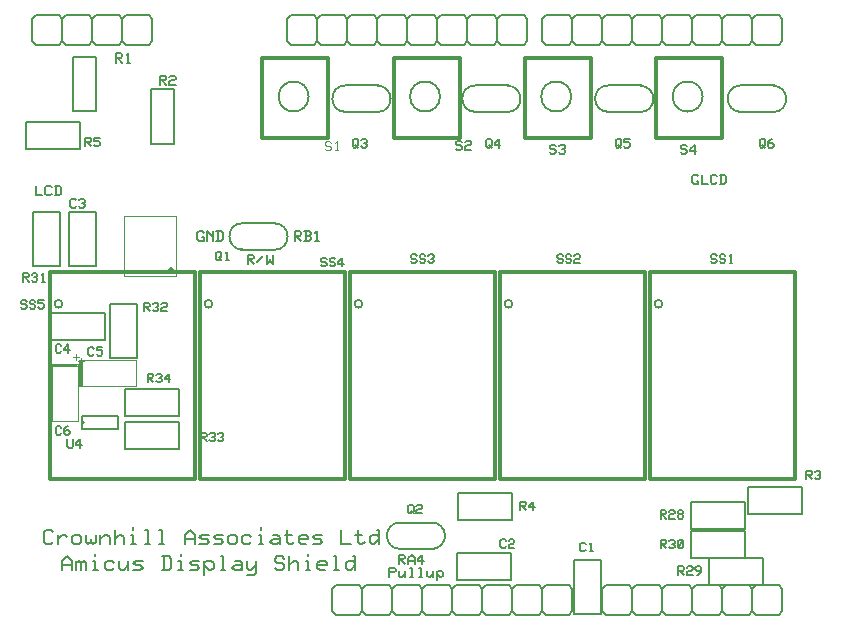
<source format=gbr>
G04 GERBER ASCII OUTPUT FROM: EDWINXP (VER. 1.61 REV. 20080315)*
G04 GERBER FORMAT: RX-274-X*
G04 BOARD: AMICUS_LCD_SHIELD*
G04 ARTWORK OF COMP.PRINT POSITIVE*
%ASAXBY*%
%FSLAX23Y23*%
%MIA0B0*%
%MOIN*%
%OFA0.0000B0.0000*%
%SFA1B1*%
%IJA0B0*%
%INLAYER0POS*%
%IOA0B0*%
%IPPOS*%
%IR0*%
G04 APERTURE MACROS*
%AMEDWDONUT*
1,1,$1,$2,$3*
1,0,$4,$2,$3*
%
%AMEDWFRECT*
20,1,$1,$2,$3,$4,$5,$6*
%
%AMEDWORECT*
20,1,$1,$2,$3,$4,$5,$10*
20,1,$1,$4,$5,$6,$7,$10*
20,1,$1,$6,$7,$8,$9,$10*
20,1,$1,$8,$9,$2,$3,$10*
1,1,$1,$2,$3*
1,1,$1,$4,$5*
1,1,$1,$6,$7*
1,1,$1,$8,$9*
%
%AMEDWLINER*
20,1,$1,$2,$3,$4,$5,$6*
1,1,$1,$2,$3*
1,1,$1,$4,$5*
%
%AMEDWFTRNG*
4,1,3,$1,$2,$3,$4,$5,$6,$7,$8,$9*
%
%AMEDWATRNG*
4,1,3,$1,$2,$3,$4,$5,$6,$7,$8,$9*
20,1,$11,$1,$2,$3,$4,$10*
20,1,$11,$3,$4,$5,$6,$10*
20,1,$11,$5,$6,$7,$8,$10*
1,1,$11,$3,$4*
1,1,$11,$5,$6*
1,1,$11,$7,$8*
%
%AMEDWOTRNG*
20,1,$1,$2,$3,$4,$5,$8*
20,1,$1,$4,$5,$6,$7,$8*
20,1,$1,$6,$7,$2,$3,$8*
1,1,$1,$2,$3*
1,1,$1,$4,$5*
1,1,$1,$6,$7*
%
G04*
G04 APERTURE LIST*
%ADD10R,0.0700X0.0650*%
%ADD11R,0.0940X0.0890*%
%ADD12R,0.0600X0.0550*%
%ADD13R,0.0840X0.0790*%
%ADD14R,0.06693X0.06693*%
%ADD15R,0.09093X0.09093*%
%ADD16R,0.05906X0.05906*%
%ADD17R,0.08306X0.08306*%
%ADD18R,0.04724X0.06693*%
%ADD19R,0.07124X0.09093*%
%ADD20R,0.03937X0.05906*%
%ADD21R,0.06337X0.08306*%
%ADD22R,0.08268X0.05945*%
%ADD23R,0.10668X0.08345*%
%ADD24R,0.07874X0.05906*%
%ADD25R,0.10274X0.08306*%
%ADD26R,0.08268X0.10236*%
%ADD27R,0.10668X0.12636*%
%ADD28R,0.07874X0.09843*%
%ADD29R,0.10274X0.12243*%
%ADD30R,0.08661X0.02756*%
%ADD31R,0.11061X0.05156*%
%ADD32R,0.07874X0.01969*%
%ADD33R,0.10274X0.04369*%
%ADD34R,0.0650X0.0700*%
%ADD35R,0.0890X0.0940*%
%ADD36R,0.0550X0.0600*%
%ADD37R,0.0790X0.0840*%
%ADD38R,0.0250X0.0600*%
%ADD39R,0.0490X0.0840*%
%ADD40R,0.0150X0.0500*%
%ADD41R,0.0390X0.0740*%
%ADD42R,0.04724X0.01378*%
%ADD43R,0.06299X0.02953*%
%ADD44R,0.04331X0.00984*%
%ADD45R,0.05906X0.02559*%
%ADD46R,0.0500X0.0580*%
%ADD47R,0.0740X0.0820*%
%ADD48R,0.0400X0.0480*%
%ADD49R,0.0640X0.0720*%
%ADD50R,0.07087X0.06693*%
%ADD51R,0.10236X0.09843*%
%ADD52R,0.06299X0.05906*%
%ADD53R,0.09449X0.09055*%
%ADD54R,0.06693X0.07087*%
%ADD55R,0.09843X0.10236*%
%ADD56R,0.05906X0.06299*%
%ADD57R,0.09055X0.09449*%
%ADD58R,0.0860X0.0860*%
%ADD59R,0.1100X0.1100*%
%ADD60R,0.0700X0.0700*%
%ADD61R,0.0940X0.0940*%
%ADD62C,0.00039*%
%ADD64C,0.00054*%
%ADD65R,0.00054X0.00054*%
%ADD66C,0.0010*%
%ADD68C,0.00112*%
%ADD69R,0.00112X0.00112*%
%ADD70C,0.00118*%
%ADD72C,0.00121*%
%ADD73R,0.00121X0.00121*%
%ADD74C,0.0020*%
%ADD75R,0.0020X0.0020*%
%ADD76C,0.0023*%
%ADD77R,0.0023X0.0023*%
%ADD78C,0.00236*%
%ADD80C,0.00238*%
%ADD81R,0.00238X0.00238*%
%ADD82C,0.00288*%
%ADD83R,0.00288X0.00288*%
%ADD84C,0.0030*%
%ADD85R,0.0030X0.0030*%
%ADD86C,0.00355*%
%ADD87R,0.00355X0.00355*%
%ADD88C,0.00394*%
%ADD90C,0.0040*%
%ADD91R,0.0040X0.0040*%
%ADD92C,0.00406*%
%ADD93R,0.00406X0.00406*%
%ADD94C,0.00464*%
%ADD95R,0.00464X0.00464*%
%ADD96C,0.00472*%
%ADD98C,0.0050*%
%ADD99R,0.0050X0.0050*%
%ADD100C,0.00512*%
%ADD101R,0.00512X0.00512*%
%ADD102C,0.00523*%
%ADD103R,0.00523X0.00523*%
%ADD104C,0.00581*%
%ADD105R,0.00581X0.00581*%
%ADD106C,0.00589*%
%ADD107R,0.00589X0.00589*%
%ADD108C,0.00591*%
%ADD109R,0.00591X0.00591*%
%ADD110C,0.0064*%
%ADD111R,0.0064X0.0064*%
%ADD112C,0.00647*%
%ADD113R,0.00647X0.00647*%
%ADD114C,0.00659*%
%ADD115R,0.00659X0.00659*%
%ADD116C,0.00669*%
%ADD118C,0.00704*%
%ADD119R,0.00704X0.00704*%
%ADD120C,0.00706*%
%ADD121R,0.00706X0.00706*%
%ADD122C,0.00764*%
%ADD123R,0.00764X0.00764*%
%ADD124C,0.00787*%
%ADD125R,0.00787X0.00787*%
%ADD126C,0.00799*%
%ADD128C,0.0080*%
%ADD130C,0.00821*%
%ADD131R,0.00821X0.00821*%
%ADD132C,0.00823*%
%ADD133R,0.00823X0.00823*%
%ADD134C,0.00866*%
%ADD136C,0.00875*%
%ADD137R,0.00875X0.00875*%
%ADD138C,0.00881*%
%ADD139R,0.00881X0.00881*%
%ADD140C,0.0090*%
%ADD141R,0.0090X0.0090*%
%ADD142C,0.00939*%
%ADD143R,0.00939X0.00939*%
%ADD144C,0.00975*%
%ADD145R,0.00975X0.00975*%
%ADD146C,0.00984*%
%ADD147R,0.00984X0.00984*%
%ADD148C,0.00992*%
%ADD149R,0.00992X0.00992*%
%ADD150C,0.00993*%
%ADD151R,0.00993X0.00993*%
%ADD152C,0.0100*%
%ADD153R,0.0100X0.0100*%
%ADD154C,0.01051*%
%ADD155R,0.01051X0.01051*%
%ADD156C,0.01052*%
%ADD157R,0.01052X0.01052*%
%ADD158C,0.01056*%
%ADD159R,0.01056X0.01056*%
%ADD160C,0.01109*%
%ADD161R,0.01109X0.01109*%
%ADD162C,0.01111*%
%ADD163R,0.01111X0.01111*%
%ADD164C,0.01168*%
%ADD165R,0.01168X0.01168*%
%ADD166C,0.01181*%
%ADD168C,0.0120*%
%ADD170C,0.0120*%
%ADD172C,0.01227*%
%ADD173R,0.01227X0.01227*%
%ADD174C,0.01227*%
%ADD175R,0.01227X0.01227*%
%ADD176C,0.01231*%
%ADD177R,0.01231X0.01231*%
%ADD178C,0.01285*%
%ADD179R,0.01285X0.01285*%
%ADD180C,0.01291*%
%ADD181R,0.01291X0.01291*%
%ADD182C,0.0130*%
%ADD184C,0.01344*%
%ADD185R,0.01344X0.01344*%
%ADD186C,0.01345*%
%ADD187R,0.01345X0.01345*%
%ADD188C,0.01349*%
%ADD189R,0.01349X0.01349*%
%ADD190C,0.01402*%
%ADD191R,0.01402X0.01402*%
%ADD192C,0.01403*%
%ADD193R,0.01403X0.01403*%
%ADD194C,0.01408*%
%ADD195R,0.01408X0.01408*%
%ADD196C,0.01461*%
%ADD197R,0.01461X0.01461*%
%ADD198C,0.01467*%
%ADD199R,0.01467X0.01467*%
%ADD200C,0.0150*%
%ADD201R,0.0150X0.0150*%
%ADD202C,0.01502*%
%ADD203R,0.01502X0.01502*%
%ADD204C,0.01519*%
%ADD205R,0.01519X0.01519*%
%ADD206C,0.01575*%
%ADD208C,0.01577*%
%ADD209R,0.01577X0.01577*%
%ADD210C,0.01579*%
%ADD211R,0.01579X0.01579*%
%ADD212C,0.01584*%
%ADD213R,0.01584X0.01584*%
%ADD214C,0.01636*%
%ADD215R,0.01636X0.01636*%
%ADD216C,0.01637*%
%ADD217R,0.01637X0.01637*%
%ADD218C,0.01694*%
%ADD219R,0.01694X0.01694*%
%ADD220C,0.01701*%
%ADD221R,0.01701X0.01701*%
%ADD222C,0.01753*%
%ADD223R,0.01753X0.01753*%
%ADD224C,0.0176*%
%ADD225R,0.0176X0.0176*%
%ADD226C,0.01816*%
%ADD227R,0.01816X0.01816*%
%ADD228C,0.0187*%
%ADD229R,0.0187X0.0187*%
%ADD230C,0.01877*%
%ADD231R,0.01877X0.01877*%
%ADD232C,0.01928*%
%ADD233R,0.01928X0.01928*%
%ADD234C,0.01969*%
%ADD235R,0.01969X0.01969*%
%ADD236C,0.01971*%
%ADD237R,0.01971X0.01971*%
%ADD238C,0.01994*%
%ADD239R,0.01994X0.01994*%
%ADD240C,0.02045*%
%ADD241R,0.02045X0.02045*%
%ADD242C,0.02046*%
%ADD243R,0.02046X0.02046*%
%ADD244C,0.02053*%
%ADD245R,0.02053X0.02053*%
%ADD246C,0.02105*%
%ADD247R,0.02105X0.02105*%
%ADD248C,0.0217*%
%ADD249R,0.0217X0.0217*%
%ADD250C,0.0222*%
%ADD251R,0.0222X0.0222*%
%ADD252C,0.02229*%
%ADD253R,0.02229X0.02229*%
%ADD254C,0.02279*%
%ADD255R,0.02279X0.02279*%
%ADD256C,0.02337*%
%ADD257R,0.02337X0.02337*%
%ADD258C,0.02339*%
%ADD259R,0.02339X0.02339*%
%ADD260C,0.02362*%
%ADD261R,0.02362X0.02362*%
%ADD262C,0.02395*%
%ADD263R,0.02395X0.02395*%
%ADD264C,0.0240*%
%ADD265R,0.0240X0.0240*%
%ADD266C,0.0240*%
%ADD267R,0.0240X0.0240*%
%ADD268C,0.02405*%
%ADD269R,0.02405X0.02405*%
%ADD270C,0.02464*%
%ADD271R,0.02464X0.02464*%
%ADD272C,0.0250*%
%ADD273R,0.0250X0.0250*%
%ADD274C,0.02512*%
%ADD275R,0.02512X0.02512*%
%ADD276C,0.02581*%
%ADD277R,0.02581X0.02581*%
%ADD278C,0.02629*%
%ADD279R,0.02629X0.02629*%
%ADD280C,0.02631*%
%ADD281R,0.02631X0.02631*%
%ADD282C,0.02636*%
%ADD284C,0.0264*%
%ADD285R,0.0264X0.0264*%
%ADD286C,0.02688*%
%ADD287R,0.02688X0.02688*%
%ADD288C,0.02698*%
%ADD289R,0.02698X0.02698*%
%ADD290C,0.02746*%
%ADD291R,0.02746X0.02746*%
%ADD292C,0.02794*%
%ADD294C,0.02804*%
%ADD295R,0.02804X0.02804*%
%ADD296C,0.02816*%
%ADD297R,0.02816X0.02816*%
%ADD298C,0.02863*%
%ADD299R,0.02863X0.02863*%
%ADD300C,0.02874*%
%ADD301R,0.02874X0.02874*%
%ADD302C,0.0290*%
%ADD304C,0.02923*%
%ADD305R,0.02923X0.02923*%
%ADD306C,0.02933*%
%ADD307R,0.02933X0.02933*%
%ADD308C,0.02991*%
%ADD309R,0.02991X0.02991*%
%ADD310C,0.02992*%
%ADD311R,0.02992X0.02992*%
%ADD312C,0.0300*%
%ADD313R,0.0300X0.0300*%
%ADD314C,0.03038*%
%ADD315R,0.03038X0.03038*%
%ADD316C,0.0304*%
%ADD317R,0.0304X0.0304*%
%ADD318C,0.03046*%
%ADD319R,0.03046X0.03046*%
%ADD320C,0.0305*%
%ADD321R,0.0305X0.0305*%
%ADD322C,0.03059*%
%ADD323R,0.03059X0.03059*%
%ADD324C,0.03069*%
%ADD325R,0.03069X0.03069*%
%ADD326C,0.03097*%
%ADD327R,0.03097X0.03097*%
%ADD328C,0.03099*%
%ADD329R,0.03099X0.03099*%
%ADD330C,0.03104*%
%ADD331R,0.03104X0.03104*%
%ADD332C,0.0315*%
%ADD333R,0.0315X0.0315*%
%ADD334C,0.03199*%
%ADD335R,0.03199X0.03199*%
%ADD336C,0.0320*%
%ADD337R,0.0320X0.0320*%
%ADD338C,0.03226*%
%ADD339R,0.03226X0.03226*%
%ADD340C,0.03266*%
%ADD342C,0.03274*%
%ADD343R,0.03274X0.03274*%
%ADD344C,0.03285*%
%ADD345R,0.03285X0.03285*%
%ADD346C,0.0333*%
%ADD347R,0.0333X0.0333*%
%ADD348C,0.03332*%
%ADD349R,0.03332X0.03332*%
%ADD350C,0.03344*%
%ADD351R,0.03344X0.03344*%
%ADD352C,0.03375*%
%ADD353R,0.03375X0.03375*%
%ADD354C,0.03391*%
%ADD355R,0.03391X0.03391*%
%ADD356C,0.03393*%
%ADD357R,0.03393X0.03393*%
%ADD358C,0.03402*%
%ADD359R,0.03402X0.03402*%
%ADD360C,0.03447*%
%ADD361R,0.03447X0.03447*%
%ADD362C,0.03452*%
%ADD363R,0.03452X0.03452*%
%ADD364C,0.03464*%
%ADD365R,0.03464X0.03464*%
%ADD366C,0.0350*%
%ADD367R,0.0350X0.0350*%
%ADD368C,0.03506*%
%ADD369R,0.03506X0.03506*%
%ADD370C,0.03511*%
%ADD371R,0.03511X0.03511*%
%ADD372C,0.0352*%
%ADD373R,0.0352X0.0352*%
%ADD374C,0.03581*%
%ADD376C,0.0360*%
%ADD377R,0.0360X0.0360*%
%ADD378C,0.03627*%
%ADD379R,0.03627X0.03627*%
%ADD380C,0.03637*%
%ADD381R,0.03637X0.03637*%
%ADD382C,0.03691*%
%ADD383R,0.03691X0.03691*%
%ADD384C,0.03696*%
%ADD385R,0.03696X0.03696*%
%ADD386C,0.0370*%
%ADD388C,0.03745*%
%ADD389R,0.03745X0.03745*%
%ADD390C,0.03749*%
%ADD391R,0.03749X0.03749*%
%ADD392C,0.03754*%
%ADD393R,0.03754X0.03754*%
%ADD394C,0.0380*%
%ADD395R,0.0380X0.0380*%
%ADD396C,0.03802*%
%ADD397R,0.03802X0.03802*%
%ADD398C,0.03808*%
%ADD399R,0.03808X0.03808*%
%ADD400C,0.03861*%
%ADD401R,0.03861X0.03861*%
%ADD402C,0.03867*%
%ADD403R,0.03867X0.03867*%
%ADD404C,0.03872*%
%ADD405R,0.03872X0.03872*%
%ADD406C,0.0390*%
%ADD407R,0.0390X0.0390*%
%ADD408C,0.03902*%
%ADD409R,0.03902X0.03902*%
%ADD410C,0.03919*%
%ADD411R,0.03919X0.03919*%
%ADD412C,0.0393*%
%ADD413R,0.0393X0.0393*%
%ADD414C,0.03937*%
%ADD415R,0.03937X0.03937*%
%ADD416C,0.03973*%
%ADD417R,0.03973X0.03973*%
%ADD418C,0.03977*%
%ADD419R,0.03977X0.03977*%
%ADD420C,0.03984*%
%ADD421R,0.03984X0.03984*%
%ADD422C,0.03989*%
%ADD423R,0.03989X0.03989*%
%ADD424C,0.0400*%
%ADD425R,0.0400X0.0400*%
%ADD426C,0.04031*%
%ADD427R,0.04031X0.04031*%
%ADD428C,0.04036*%
%ADD429R,0.04036X0.04036*%
%ADD430C,0.04048*%
%ADD431R,0.04048X0.04048*%
%ADD432C,0.04094*%
%ADD433R,0.04094X0.04094*%
%ADD434C,0.04101*%
%ADD435R,0.04101X0.04101*%
%ADD436C,0.04106*%
%ADD437R,0.04106X0.04106*%
%ADD438C,0.04153*%
%ADD439R,0.04153X0.04153*%
%ADD440C,0.0416*%
%ADD441R,0.0416X0.0416*%
%ADD442C,0.04165*%
%ADD443R,0.04165X0.04165*%
%ADD444C,0.04173*%
%ADD445R,0.04173X0.04173*%
%ADD446C,0.0427*%
%ADD447R,0.0427X0.0427*%
%ADD448C,0.04277*%
%ADD449R,0.04277X0.04277*%
%ADD450C,0.04328*%
%ADD451R,0.04328X0.04328*%
%ADD452C,0.04341*%
%ADD453R,0.04341X0.04341*%
%ADD454C,0.04371*%
%ADD455R,0.04371X0.04371*%
%ADD456C,0.04394*%
%ADD457R,0.04394X0.04394*%
%ADD458C,0.0440*%
%ADD459R,0.0440X0.0440*%
%ADD460C,0.0444*%
%ADD461R,0.0444X0.0444*%
%ADD462C,0.04443*%
%ADD463R,0.04443X0.04443*%
%ADD464C,0.04445*%
%ADD465R,0.04445X0.04445*%
%ADD466C,0.04446*%
%ADD467R,0.04446X0.04446*%
%ADD468C,0.04453*%
%ADD469R,0.04453X0.04453*%
%ADD470C,0.04458*%
%ADD471R,0.04458X0.04458*%
%ADD472C,0.04499*%
%ADD473R,0.04499X0.04499*%
%ADD474C,0.0450*%
%ADD475R,0.0450X0.0450*%
%ADD476C,0.04505*%
%ADD477R,0.04505X0.04505*%
%ADD478C,0.04517*%
%ADD479R,0.04517X0.04517*%
%ADD480C,0.04557*%
%ADD481R,0.04557X0.04557*%
%ADD482C,0.0457*%
%ADD483R,0.0457X0.0457*%
%ADD484C,0.04576*%
%ADD485R,0.04576X0.04576*%
%ADD486C,0.0462*%
%ADD487R,0.0462X0.0462*%
%ADD488C,0.04629*%
%ADD489R,0.04629X0.04629*%
%ADD490C,0.04634*%
%ADD491R,0.04634X0.04634*%
%ADD492C,0.04679*%
%ADD493R,0.04679X0.04679*%
%ADD494C,0.04693*%
%ADD495R,0.04693X0.04693*%
%ADD496C,0.0470*%
%ADD497R,0.0470X0.0470*%
%ADD498C,0.04724*%
%ADD499R,0.04724X0.04724*%
%ADD500C,0.04737*%
%ADD501R,0.04737X0.04737*%
%ADD502C,0.04739*%
%ADD503R,0.04739X0.04739*%
%ADD504C,0.04762*%
%ADD505R,0.04762X0.04762*%
%ADD506C,0.04795*%
%ADD507R,0.04795X0.04795*%
%ADD508C,0.04805*%
%ADD509R,0.04805X0.04805*%
%ADD510C,0.0481*%
%ADD511R,0.0481X0.0481*%
%ADD512C,0.04864*%
%ADD513R,0.04864X0.04864*%
%ADD514C,0.04869*%
%ADD515R,0.04869X0.04869*%
%ADD516C,0.0490*%
%ADD517R,0.0490X0.0490*%
%ADD518C,0.04911*%
%ADD519R,0.04911X0.04911*%
%ADD520C,0.04912*%
%ADD521R,0.04912X0.04912*%
%ADD522C,0.04928*%
%ADD523R,0.04928X0.04928*%
%ADD524C,0.04966*%
%ADD525R,0.04966X0.04966*%
%ADD526C,0.04981*%
%ADD527R,0.04981X0.04981*%
%ADD528C,0.0500*%
%ADD529R,0.0500X0.0500*%
%ADD530C,0.05028*%
%ADD531R,0.05028X0.05028*%
%ADD532C,0.05029*%
%ADD533R,0.05029X0.05029*%
%ADD534C,0.05031*%
%ADD535R,0.05031X0.05031*%
%ADD536C,0.0504*%
%ADD537R,0.0504X0.0504*%
%ADD538C,0.05045*%
%ADD539R,0.05045X0.05045*%
%ADD540C,0.05083*%
%ADD541R,0.05083X0.05083*%
%ADD542C,0.05086*%
%ADD543R,0.05086X0.05086*%
%ADD544C,0.05088*%
%ADD545R,0.05088X0.05088*%
%ADD546C,0.05098*%
%ADD547R,0.05098X0.05098*%
%ADD548C,0.05118*%
%ADD549R,0.05118X0.05118*%
%ADD550C,0.05146*%
%ADD551R,0.05146X0.05146*%
%ADD552C,0.05204*%
%ADD553R,0.05204X0.05204*%
%ADD554C,0.05216*%
%ADD555R,0.05216X0.05216*%
%ADD556C,0.05221*%
%ADD557R,0.05221X0.05221*%
%ADD558C,0.05263*%
%ADD559R,0.05263X0.05263*%
%ADD560C,0.05274*%
%ADD561R,0.05274X0.05274*%
%ADD562C,0.0528*%
%ADD563R,0.0528X0.0528*%
%ADD564C,0.05317*%
%ADD565R,0.05317X0.05317*%
%ADD566C,0.0532*%
%ADD567R,0.0532X0.0532*%
%ADD568C,0.05323*%
%ADD569R,0.05323X0.05323*%
%ADD570C,0.05333*%
%ADD571R,0.05333X0.05333*%
%ADD572C,0.05392*%
%ADD573R,0.05392X0.05392*%
%ADD574C,0.05397*%
%ADD575R,0.05397X0.05397*%
%ADD576C,0.05434*%
%ADD577R,0.05434X0.05434*%
%ADD578C,0.05438*%
%ADD579R,0.05438X0.05438*%
%ADD580C,0.0544*%
%ADD581R,0.0544X0.0544*%
%ADD582C,0.05446*%
%ADD583R,0.05446X0.05446*%
%ADD584C,0.0545*%
%ADD585R,0.0545X0.0545*%
%ADD586C,0.05497*%
%ADD587R,0.05497X0.05497*%
%ADD588C,0.05499*%
%ADD589R,0.05499X0.05499*%
%ADD590C,0.0550*%
%ADD591R,0.0550X0.0550*%
%ADD592C,0.05514*%
%ADD593R,0.05514X0.05514*%
%ADD594C,0.0555*%
%ADD595R,0.0555X0.0555*%
%ADD596C,0.05573*%
%ADD597R,0.05573X0.05573*%
%ADD598C,0.0560*%
%ADD599R,0.0560X0.0560*%
%ADD600C,0.05626*%
%ADD601R,0.05626X0.05626*%
%ADD602C,0.05631*%
%ADD603R,0.05631X0.05631*%
%ADD604C,0.05674*%
%ADD605R,0.05674X0.05674*%
%ADD606C,0.05685*%
%ADD607R,0.05685X0.05685*%
%ADD608C,0.0570*%
%ADD609R,0.0570X0.0570*%
%ADD610C,0.0573*%
%ADD611R,0.0573X0.0573*%
%ADD612C,0.05732*%
%ADD613R,0.05732X0.05732*%
%ADD614C,0.05744*%
%ADD615R,0.05744X0.05744*%
%ADD616C,0.05749*%
%ADD617R,0.05749X0.05749*%
%ADD618C,0.05791*%
%ADD619R,0.05791X0.05791*%
%ADD620C,0.05802*%
%ADD621R,0.05802X0.05802*%
%ADD622C,0.05807*%
%ADD623R,0.05807X0.05807*%
%ADD624C,0.05847*%
%ADD625R,0.05847X0.05847*%
%ADD626C,0.05864*%
%ADD627R,0.05864X0.05864*%
%ADD628C,0.05866*%
%ADD629R,0.05866X0.05866*%
%ADD630C,0.0590*%
%ADD631R,0.0590X0.0590*%
%ADD632C,0.05906*%
%ADD633R,0.05906X0.05906*%
%ADD634C,0.0592*%
%ADD635R,0.0592X0.0592*%
%ADD636C,0.05945*%
%ADD637R,0.05945X0.05945*%
%ADD638C,0.0600*%
%ADD639R,0.0600X0.0600*%
%ADD640C,0.06018*%
%ADD641R,0.06018X0.06018*%
%ADD642C,0.06037*%
%ADD643R,0.06037X0.06037*%
%ADD644C,0.06076*%
%ADD645R,0.06076X0.06076*%
%ADD646C,0.06096*%
%ADD647R,0.06096X0.06096*%
%ADD648C,0.06101*%
%ADD649R,0.06101X0.06101*%
%ADD650C,0.06154*%
%ADD651R,0.06154X0.06154*%
%ADD652C,0.06159*%
%ADD653R,0.06159X0.06159*%
%ADD654C,0.0620*%
%ADD655R,0.0620X0.0620*%
%ADD656C,0.0620*%
%ADD657R,0.0620X0.0620*%
%ADD658C,0.06201*%
%ADD659R,0.06201X0.06201*%
%ADD660C,0.06272*%
%ADD661R,0.06272X0.06272*%
%ADD662C,0.06299*%
%ADD663R,0.06299X0.06299*%
%ADD664C,0.0633*%
%ADD665R,0.0633X0.0633*%
%ADD666C,0.06335*%
%ADD667R,0.06335X0.06335*%
%ADD668C,0.06337*%
%ADD669R,0.06337X0.06337*%
%ADD670C,0.06373*%
%ADD671R,0.06373X0.06373*%
%ADD672C,0.06389*%
%ADD673R,0.06389X0.06389*%
%ADD674C,0.06394*%
%ADD675R,0.06394X0.06394*%
%ADD676C,0.06427*%
%ADD677R,0.06427X0.06427*%
%ADD678C,0.06431*%
%ADD679R,0.06431X0.06431*%
%ADD680C,0.06448*%
%ADD681R,0.06448X0.06448*%
%ADD682C,0.06453*%
%ADD683R,0.06453X0.06453*%
%ADD684C,0.0650*%
%ADD685R,0.0650X0.0650*%
%ADD686C,0.06506*%
%ADD687R,0.06506X0.06506*%
%ADD688C,0.06565*%
%ADD689R,0.06565X0.06565*%
%ADD690C,0.06687*%
%ADD691R,0.06687X0.06687*%
%ADD692C,0.06693*%
%ADD693R,0.06693X0.06693*%
%ADD694C,0.06741*%
%ADD695R,0.06741X0.06741*%
%ADD696C,0.0680*%
%ADD697R,0.0680X0.0680*%
%ADD698C,0.06805*%
%ADD699R,0.06805X0.06805*%
%ADD700C,0.0684*%
%ADD701R,0.0684X0.0684*%
%ADD702C,0.0684*%
%ADD703R,0.0684X0.0684*%
%ADD704C,0.06843*%
%ADD705R,0.06843X0.06843*%
%ADD706C,0.06858*%
%ADD707R,0.06858X0.06858*%
%ADD708C,0.06863*%
%ADD709R,0.06863X0.06863*%
%ADD710C,0.06899*%
%ADD711R,0.06899X0.06899*%
%ADD712C,0.0690*%
%ADD713R,0.0690X0.0690*%
%ADD714C,0.06906*%
%ADD715R,0.06906X0.06906*%
%ADD716C,0.06917*%
%ADD717R,0.06917X0.06917*%
%ADD718C,0.06957*%
%ADD719R,0.06957X0.06957*%
%ADD720C,0.06976*%
%ADD721R,0.06976X0.06976*%
%ADD722C,0.06981*%
%ADD723R,0.06981X0.06981*%
%ADD724C,0.0700*%
%ADD725R,0.0700X0.0700*%
%ADD726C,0.07034*%
%ADD727R,0.07034X0.07034*%
%ADD728C,0.07039*%
%ADD729R,0.07039X0.07039*%
%ADD730C,0.07093*%
%ADD731R,0.07093X0.07093*%
%ADD732C,0.07098*%
%ADD733R,0.07098X0.07098*%
%ADD734C,0.0710*%
%ADD735R,0.0710X0.0710*%
%ADD736C,0.07124*%
%ADD737R,0.07124X0.07124*%
%ADD738C,0.0721*%
%ADD739R,0.0721X0.0721*%
%ADD740C,0.07215*%
%ADD741R,0.07215X0.07215*%
%ADD742C,0.07245*%
%ADD743R,0.07245X0.07245*%
%ADD744C,0.07269*%
%ADD745R,0.07269X0.07269*%
%ADD746C,0.07311*%
%ADD747R,0.07311X0.07311*%
%ADD748C,0.07328*%
%ADD749R,0.07328X0.07328*%
%ADD750C,0.07366*%
%ADD751R,0.07366X0.07366*%
%ADD752C,0.0740*%
%ADD753R,0.0740X0.0740*%
%ADD754C,0.07428*%
%ADD755R,0.07428X0.07428*%
%ADD756C,0.07445*%
%ADD757R,0.07445X0.07445*%
%ADD758C,0.0745*%
%ADD759R,0.0745X0.0745*%
%ADD760C,0.07483*%
%ADD761R,0.07483X0.07483*%
%ADD762C,0.07486*%
%ADD763R,0.07486X0.07486*%
%ADD764C,0.0750*%
%ADD765R,0.0750X0.0750*%
%ADD766C,0.07598*%
%ADD768C,0.0760*%
%ADD770C,0.07621*%
%ADD771R,0.07621X0.07621*%
%ADD772C,0.0768*%
%ADD773R,0.0768X0.0768*%
%ADD774C,0.07717*%
%ADD775R,0.07717X0.07717*%
%ADD776C,0.0772*%
%ADD777R,0.0772X0.0772*%
%ADD778C,0.07797*%
%ADD779R,0.07797X0.07797*%
%ADD780C,0.07834*%
%ADD781R,0.07834X0.07834*%
%ADD782C,0.07874*%
%ADD783R,0.07874X0.07874*%
%ADD784C,0.0790*%
%ADD785R,0.0790X0.0790*%
%ADD786C,0.07914*%
%ADD787R,0.07914X0.07914*%
%ADD788C,0.07951*%
%ADD789R,0.07951X0.07951*%
%ADD790C,0.07973*%
%ADD791R,0.07973X0.07973*%
%ADD792C,0.07978*%
%ADD793R,0.07978X0.07978*%
%ADD794C,0.0800*%
%ADD795R,0.0800X0.0800*%
%ADD796C,0.08004*%
%ADD797R,0.08004X0.08004*%
%ADD798C,0.08031*%
%ADD799R,0.08031X0.08031*%
%ADD800C,0.08068*%
%ADD801R,0.08068X0.08068*%
%ADD802C,0.0810*%
%ADD803R,0.0810X0.0810*%
%ADD804C,0.08149*%
%ADD805R,0.08149X0.08149*%
%ADD806C,0.08207*%
%ADD807R,0.08207X0.08207*%
%ADD808C,0.08266*%
%ADD809R,0.08266X0.08266*%
%ADD810C,0.08268*%
%ADD811R,0.08268X0.08268*%
%ADD812C,0.08296*%
%ADD813R,0.08296X0.08296*%
%ADD814C,0.08306*%
%ADD815R,0.08306X0.08306*%
%ADD816C,0.08345*%
%ADD817R,0.08345X0.08345*%
%ADD818C,0.0840*%
%ADD819R,0.0840X0.0840*%
%ADD820C,0.08418*%
%ADD821R,0.08418X0.08418*%
%ADD822C,0.08476*%
%ADD823R,0.08476X0.08476*%
%ADD824C,0.08501*%
%ADD825R,0.08501X0.08501*%
%ADD826C,0.08559*%
%ADD827R,0.08559X0.08559*%
%ADD828C,0.08598*%
%ADD830C,0.0860*%
%ADD831R,0.0860X0.0860*%
%ADD832C,0.08601*%
%ADD833R,0.08601X0.08601*%
%ADD834C,0.08661*%
%ADD835R,0.08661X0.08661*%
%ADD836C,0.08682*%
%ADD837R,0.08682X0.08682*%
%ADD838C,0.0870*%
%ADD839R,0.0870X0.0870*%
%ADD840C,0.08735*%
%ADD841R,0.08735X0.08735*%
%ADD842C,0.08794*%
%ADD843R,0.08794X0.08794*%
%ADD844C,0.08827*%
%ADD845R,0.08827X0.08827*%
%ADD846C,0.08853*%
%ADD847R,0.08853X0.08853*%
%ADD848C,0.08858*%
%ADD849R,0.08858X0.08858*%
%ADD850C,0.0890*%
%ADD851R,0.0890X0.0890*%
%ADD852C,0.08917*%
%ADD853R,0.08917X0.08917*%
%ADD854C,0.0900*%
%ADD855R,0.0900X0.0900*%
%ADD856C,0.09087*%
%ADD857R,0.09087X0.09087*%
%ADD858C,0.09093*%
%ADD859R,0.09093X0.09093*%
%ADD860C,0.09205*%
%ADD861R,0.09205X0.09205*%
%ADD862C,0.09231*%
%ADD863R,0.09231X0.09231*%
%ADD864C,0.0924*%
%ADD865R,0.0924X0.0924*%
%ADD866C,0.09263*%
%ADD867R,0.09263X0.09263*%
%ADD868C,0.09381*%
%ADD869R,0.09381X0.09381*%
%ADD870C,0.09386*%
%ADD871R,0.09386X0.09386*%
%ADD872C,0.0940*%
%ADD873R,0.0940X0.0940*%
%ADD874C,0.09439*%
%ADD875R,0.09439X0.09439*%
%ADD876C,0.09449*%
%ADD877R,0.09449X0.09449*%
%ADD878C,0.09498*%
%ADD879R,0.09498X0.09498*%
%ADD880C,0.09615*%
%ADD881R,0.09615X0.09615*%
%ADD882C,0.09645*%
%ADD883R,0.09645X0.09645*%
%ADD884C,0.0970*%
%ADD885R,0.0970X0.0970*%
%ADD886C,0.09843*%
%ADD887R,0.09843X0.09843*%
%ADD888C,0.0985*%
%ADD889R,0.0985X0.0985*%
%ADD890C,0.0990*%
%ADD891R,0.0990X0.0990*%
%ADD892C,0.09997*%
%ADD893R,0.09997X0.09997*%
%ADD894C,0.09998*%
%ADD896C,0.1000*%
%ADD897R,0.1000X0.1000*%
%ADD898C,0.1009*%
%ADD899R,0.1009X0.1009*%
%ADD900C,0.10236*%
%ADD901R,0.10236X0.10236*%
%ADD902C,0.10274*%
%ADD903R,0.10274X0.10274*%
%ADD904C,0.10351*%
%ADD905R,0.10351X0.10351*%
%ADD906C,0.10378*%
%ADD907R,0.10378X0.10378*%
%ADD908C,0.1040*%
%ADD909R,0.1040X0.1040*%
%ADD910C,0.10404*%
%ADD911R,0.10404X0.10404*%
%ADD912C,0.10468*%
%ADD913R,0.10468X0.10468*%
%ADD914C,0.10518*%
%ADD915R,0.10518X0.10518*%
%ADD916C,0.10668*%
%ADD917R,0.10668X0.10668*%
%ADD918C,0.10676*%
%ADD919R,0.10676X0.10676*%
%ADD920C,0.10696*%
%ADD921R,0.10696X0.10696*%
%ADD922C,0.10735*%
%ADD923R,0.10735X0.10735*%
%ADD924C,0.10816*%
%ADD925R,0.10816X0.10816*%
%ADD926C,0.10911*%
%ADD927R,0.10911X0.10911*%
%ADD928C,0.10998*%
%ADD930C,0.1100*%
%ADD931R,0.1100X0.1100*%
%ADD932C,0.11061*%
%ADD933R,0.11061X0.11061*%
%ADD934C,0.11082*%
%ADD935R,0.11082X0.11082*%
%ADD936C,0.1110*%
%ADD937R,0.1110X0.1110*%
%ADD938C,0.1120*%
%ADD939R,0.1120X0.1120*%
%ADD940C,0.11258*%
%ADD941R,0.11258X0.11258*%
%ADD942C,0.11263*%
%ADD943R,0.11263X0.11263*%
%ADD944C,0.11317*%
%ADD945R,0.11317X0.11317*%
%ADD946C,0.1140*%
%ADD947R,0.1140X0.1140*%
%ADD948C,0.1150*%
%ADD949R,0.1150X0.1150*%
%ADD950C,0.1151*%
%ADD951R,0.1151X0.1151*%
%ADD952C,0.11556*%
%ADD953R,0.11556X0.11556*%
%ADD954C,0.11627*%
%ADD955R,0.11627X0.11627*%
%ADD956C,0.11631*%
%ADD957R,0.11631X0.11631*%
%ADD958C,0.11786*%
%ADD959R,0.11786X0.11786*%
%ADD960C,0.11791*%
%ADD961R,0.11791X0.11791*%
%ADD962C,0.11849*%
%ADD963R,0.11849X0.11849*%
%ADD964C,0.1200*%
%ADD965R,0.1200X0.1200*%
%ADD966C,0.1210*%
%ADD967R,0.1210X0.1210*%
%ADD968C,0.12202*%
%ADD969R,0.12202X0.12202*%
%ADD970C,0.12243*%
%ADD971R,0.12243X0.12243*%
%ADD972C,0.12397*%
%ADD973R,0.12397X0.12397*%
%ADD974C,0.1240*%
%ADD975R,0.1240X0.1240*%
%ADD976C,0.12436*%
%ADD977R,0.12436X0.12436*%
%ADD978C,0.1249*%
%ADD979R,0.1249X0.1249*%
%ADD980C,0.1250*%
%ADD981R,0.1250X0.1250*%
%ADD982C,0.12636*%
%ADD983R,0.12636X0.12636*%
%ADD984C,0.12918*%
%ADD985R,0.12918X0.12918*%
%ADD986C,0.12992*%
%ADD987R,0.12992X0.12992*%
%ADD988C,0.1300*%
%ADD989R,0.1300X0.1300*%
%ADD990C,0.13076*%
%ADD991R,0.13076X0.13076*%
%ADD992C,0.13135*%
%ADD993R,0.13135X0.13135*%
%ADD994C,0.13216*%
%ADD995R,0.13216X0.13216*%
%ADD996C,0.13311*%
%ADD997R,0.13311X0.13311*%
%ADD998C,0.1340*%
%ADD999R,0.1340X0.1340*%
G04*
D128*
X1469Y368D02*
X1469Y458D01*
X1649Y458D01*
X1649Y368D01*
X1469Y368D01*
D108*
X1677Y401D02*
X1677Y429D01*
X1691Y429D01*
X1696Y425D01*
X1696Y420D01*
X1691Y415D01*
X1677Y415D01*
X1682Y415D02*
X1696Y401D01*
X1724Y410D02*
X1705Y410D01*
X1705Y415D01*
X1719Y429D01*
X1719Y401D01*
D128*
G75*
G01X1275Y359D02*
G03X1276Y271I1J-44D01*
G01*
G75*
G01X1383Y271D02*
G03X1381Y359I-1J44D01*
G01*
X1270Y359D02*
X1383Y359D01*
X1275Y271D02*
X1388Y271D01*
D108*
X1302Y395D02*
X1302Y414D01*
X1307Y418D01*
X1316Y418D01*
X1321Y414D01*
X1321Y399D01*
X1311Y390D01*
X1307Y390D01*
X1302Y395D01*
X1311Y399D02*
X1321Y390D01*
X1330Y414D02*
X1335Y418D01*
X1344Y418D01*
X1349Y414D01*
X1349Y409D01*
X1344Y404D01*
X1335Y404D01*
X1330Y399D01*
X1330Y390D01*
X1349Y390D01*
D128*
G75*
G01X750Y1357D02*
G03X752Y1268I1J-44D01*
G01*
G75*
G01X858Y1268D02*
G03X856Y1357I-1J44D01*
G01*
X750Y1357D02*
X863Y1357D01*
X745Y1268D02*
X858Y1268D01*
D108*
X661Y1238D02*
X661Y1257D01*
X666Y1262D01*
X676Y1262D01*
X680Y1257D01*
X680Y1243D01*
X671Y1234D01*
X666Y1234D01*
X661Y1238D01*
X671Y1243D02*
X680Y1234D01*
X694Y1234D02*
X704Y1234D01*
X699Y1234D02*
X699Y1262D01*
X694Y1257D01*
D98* 
X522Y1622D02*
X447Y1622D01*
X447Y1803D01*
X522Y1803D01*
X522Y1622D01*
D100*
X476Y1818D02*
X476Y1849D01*
X492Y1849D01*
X497Y1844D01*
X497Y1839D01*
X492Y1834D01*
X476Y1834D01*
X482Y1834D02*
X497Y1818D01*
X507Y1844D02*
X512Y1849D01*
X523Y1849D01*
X528Y1844D01*
X528Y1839D01*
X523Y1834D01*
X512Y1834D01*
X507Y1828D01*
X507Y1818D01*
X528Y1818D01*
D98* 
X187Y1911D02*
X262Y1911D01*
X262Y1730D01*
X187Y1730D01*
X187Y1911D01*
D100*
X330Y1892D02*
X330Y1923D01*
X345Y1923D01*
X350Y1918D01*
X350Y1913D01*
X345Y1908D01*
X330Y1908D01*
X335Y1908D02*
X350Y1892D01*
X365Y1892D02*
X376Y1892D01*
X370Y1892D02*
X370Y1923D01*
X365Y1918D01*
D98* 
X1750Y1963D02*
X1750Y2038D01*
X1763Y2050D02*
X1838Y2050D01*
X1850Y2038D02*
X1850Y1963D01*
X1763Y1950D02*
X1838Y1950D01*
X1850Y1963D01*
X1850Y2038D02*
X1838Y2050D01*
X1763Y2050D02*
X1750Y2038D01*
X1750Y1963D02*
X1763Y1950D01*
X1950Y2038D02*
X1950Y1963D01*
X2050Y2038D02*
X2050Y1963D01*
X2150Y2038D02*
X2150Y1963D01*
X2250Y2038D02*
X2250Y1963D01*
X2350Y2038D02*
X2350Y1963D01*
X2450Y2038D02*
X2450Y1963D01*
X2550Y2038D02*
X2550Y1963D01*
X1863Y2050D02*
X1938Y2050D01*
X1963Y2050D02*
X2038Y2050D01*
X1963Y1950D02*
X2038Y1950D01*
X1863Y1950D02*
X1938Y1950D01*
X2063Y1950D02*
X2138Y1950D01*
X2063Y2050D02*
X2138Y2050D01*
X2163Y2050D02*
X2238Y2050D01*
X2163Y1950D02*
X2238Y1950D01*
X2263Y1950D02*
X2338Y1950D01*
X2263Y2050D02*
X2338Y2050D01*
X2363Y2050D02*
X2438Y2050D01*
X2363Y1950D02*
X2438Y1950D01*
X2463Y1950D02*
X2538Y1950D01*
X2463Y2050D02*
X2538Y2050D01*
X1863Y2050D02*
X1850Y2038D01*
X1963Y2050D02*
X1950Y2038D01*
X2063Y2050D02*
X2050Y2038D01*
X2163Y2050D02*
X2150Y2038D01*
X2050Y1963D02*
X2038Y1950D01*
X1950Y1963D02*
X1938Y1950D01*
X2150Y1963D02*
X2138Y1950D01*
X2250Y1963D02*
X2238Y1950D01*
X2263Y2050D02*
X2250Y2038D01*
X2350Y1963D02*
X2338Y1950D01*
X2363Y2050D02*
X2350Y2038D01*
X2463Y2050D02*
X2450Y2038D01*
X2550Y1963D02*
X2538Y1950D01*
X2450Y1963D02*
X2438Y1950D01*
X2438Y2050D02*
X2450Y2038D01*
X2450Y1963D02*
X2463Y1950D01*
X2538Y2050D02*
X2550Y2038D01*
X2338Y2050D02*
X2350Y2038D01*
X2350Y1963D02*
X2363Y1950D01*
X2250Y1963D02*
X2263Y1950D01*
X2238Y2050D02*
X2250Y2038D01*
X2150Y1963D02*
X2163Y1950D01*
X2138Y2050D02*
X2150Y2038D01*
X2038Y2050D02*
X2050Y2038D01*
X2050Y1963D02*
X2063Y1950D01*
X1950Y1963D02*
X1963Y1950D01*
X1938Y2050D02*
X1950Y2038D01*
X1850Y1963D02*
X1863Y1950D01*
X1250Y63D02*
X1250Y138D01*
X1263Y150D02*
X1338Y150D01*
X1350Y138D02*
X1350Y63D01*
X1263Y50D02*
X1338Y50D01*
X1350Y63D01*
X1350Y138D02*
X1338Y150D01*
X1263Y150D02*
X1250Y138D01*
X1250Y63D02*
X1263Y50D01*
X1450Y138D02*
X1450Y63D01*
X1550Y138D02*
X1550Y63D01*
X1650Y138D02*
X1650Y63D01*
X1750Y138D02*
X1750Y63D01*
X1850Y138D02*
X1850Y63D01*
X1363Y150D02*
X1438Y150D01*
X1463Y150D02*
X1538Y150D01*
X1463Y50D02*
X1538Y50D01*
X1363Y50D02*
X1438Y50D01*
X1563Y50D02*
X1638Y50D01*
X1563Y150D02*
X1638Y150D01*
X1663Y150D02*
X1738Y150D01*
X1663Y50D02*
X1738Y50D01*
X1763Y50D02*
X1838Y50D01*
X1763Y150D02*
X1838Y150D01*
X1363Y150D02*
X1350Y138D01*
X1463Y150D02*
X1450Y138D01*
X1563Y150D02*
X1550Y138D01*
X1663Y150D02*
X1650Y138D01*
X1550Y63D02*
X1538Y50D01*
X1450Y63D02*
X1438Y50D01*
X1650Y63D02*
X1638Y50D01*
X1750Y63D02*
X1738Y50D01*
X1763Y150D02*
X1750Y138D01*
X1850Y63D02*
X1838Y50D01*
X1838Y150D02*
X1850Y138D01*
X1750Y63D02*
X1763Y50D01*
X1738Y150D02*
X1750Y138D01*
X1650Y63D02*
X1663Y50D01*
X1638Y150D02*
X1650Y138D01*
X1538Y150D02*
X1550Y138D01*
X1550Y63D02*
X1563Y50D01*
X1450Y63D02*
X1463Y50D01*
X1438Y150D02*
X1450Y138D01*
X1350Y63D02*
X1363Y50D01*
X900Y1963D02*
X900Y2038D01*
X913Y2050D02*
X988Y2050D01*
X1000Y2038D02*
X1000Y1963D01*
X913Y1950D02*
X988Y1950D01*
X1000Y1963D01*
X1000Y2038D02*
X988Y2050D01*
X913Y2050D02*
X900Y2038D01*
X900Y1963D02*
X913Y1950D01*
X1100Y2038D02*
X1100Y1963D01*
X1200Y2038D02*
X1200Y1963D01*
X1300Y2038D02*
X1300Y1963D01*
X1400Y2038D02*
X1400Y1963D01*
X1500Y2038D02*
X1500Y1963D01*
X1600Y2038D02*
X1600Y1963D01*
X1700Y2038D02*
X1700Y1963D01*
X1013Y2050D02*
X1088Y2050D01*
X1113Y2050D02*
X1188Y2050D01*
X1113Y1950D02*
X1188Y1950D01*
X1013Y1950D02*
X1088Y1950D01*
X1213Y1950D02*
X1288Y1950D01*
X1213Y2050D02*
X1288Y2050D01*
X1313Y2050D02*
X1388Y2050D01*
X1313Y1950D02*
X1388Y1950D01*
X1413Y1950D02*
X1488Y1950D01*
X1413Y2050D02*
X1488Y2050D01*
X1513Y2050D02*
X1588Y2050D01*
X1513Y1950D02*
X1588Y1950D01*
X1613Y1950D02*
X1688Y1950D01*
X1613Y2050D02*
X1688Y2050D01*
X1013Y2050D02*
X1000Y2038D01*
X1113Y2050D02*
X1100Y2038D01*
X1213Y2050D02*
X1200Y2038D01*
X1313Y2050D02*
X1300Y2038D01*
X1200Y1963D02*
X1188Y1950D01*
X1100Y1963D02*
X1088Y1950D01*
X1300Y1963D02*
X1288Y1950D01*
X1400Y1963D02*
X1388Y1950D01*
X1413Y2050D02*
X1400Y2038D01*
X1500Y1963D02*
X1488Y1950D01*
X1513Y2050D02*
X1500Y2038D01*
X1613Y2050D02*
X1600Y2038D01*
X1700Y1963D02*
X1688Y1950D01*
X1600Y1963D02*
X1588Y1950D01*
X1588Y2050D02*
X1600Y2038D01*
X1600Y1963D02*
X1613Y1950D01*
X1688Y2050D02*
X1700Y2038D01*
X1488Y2050D02*
X1500Y2038D01*
X1500Y1963D02*
X1513Y1950D01*
X1400Y1963D02*
X1413Y1950D01*
X1388Y2050D02*
X1400Y2038D01*
X1300Y1963D02*
X1313Y1950D01*
X1288Y2050D02*
X1300Y2038D01*
X1188Y2050D02*
X1200Y2038D01*
X1200Y1963D02*
X1213Y1950D01*
X1100Y1963D02*
X1113Y1950D01*
X1088Y2050D02*
X1100Y2038D01*
X1000Y1963D02*
X1013Y1950D01*
X1950Y63D02*
X1950Y138D01*
X1963Y150D02*
X2038Y150D01*
X2050Y138D02*
X2050Y63D01*
X1963Y50D02*
X2038Y50D01*
X2050Y63D01*
X2050Y138D02*
X2038Y150D01*
X1963Y150D02*
X1950Y138D01*
X1950Y63D02*
X1963Y50D01*
X2150Y138D02*
X2150Y63D01*
X2250Y138D02*
X2250Y63D01*
X2350Y138D02*
X2350Y63D01*
X2450Y138D02*
X2450Y63D01*
X2550Y138D02*
X2550Y63D01*
X2063Y150D02*
X2138Y150D01*
X2163Y150D02*
X2238Y150D01*
X2163Y50D02*
X2238Y50D01*
X2063Y50D02*
X2138Y50D01*
X2263Y50D02*
X2338Y50D01*
X2263Y150D02*
X2338Y150D01*
X2363Y150D02*
X2438Y150D01*
X2363Y50D02*
X2438Y50D01*
X2463Y50D02*
X2538Y50D01*
X2463Y150D02*
X2538Y150D01*
X2063Y150D02*
X2050Y138D01*
X2163Y150D02*
X2150Y138D01*
X2263Y150D02*
X2250Y138D01*
X2363Y150D02*
X2350Y138D01*
X2250Y63D02*
X2238Y50D01*
X2150Y63D02*
X2138Y50D01*
X2350Y63D02*
X2338Y50D01*
X2450Y63D02*
X2438Y50D01*
X2463Y150D02*
X2450Y138D01*
X2550Y63D02*
X2538Y50D01*
X2538Y150D02*
X2550Y138D01*
X2450Y63D02*
X2463Y50D01*
X2438Y150D02*
X2450Y138D01*
X2350Y63D02*
X2363Y50D01*
X2338Y150D02*
X2350Y138D01*
X2238Y150D02*
X2250Y138D01*
X2250Y63D02*
X2263Y50D01*
X2150Y63D02*
X2163Y50D01*
X2138Y150D02*
X2150Y138D01*
X2050Y63D02*
X2063Y50D01*
D100*
X2270Y1513D02*
X2265Y1518D01*
X2255Y1518D01*
X2250Y1513D01*
X2250Y1493D01*
X2255Y1488D01*
X2270Y1488D01*
X2270Y1498D01*
X2265Y1498D01*
X2281Y1518D02*
X2281Y1488D01*
X2301Y1488D01*
X2332Y1493D02*
X2327Y1488D01*
X2317Y1488D01*
X2311Y1493D01*
X2311Y1513D01*
X2317Y1518D01*
X2327Y1518D01*
X2332Y1513D01*
X2342Y1488D02*
X2357Y1488D01*
X2363Y1493D01*
X2363Y1513D01*
X2357Y1518D01*
X2342Y1518D01*
X2347Y1518D02*
X2347Y1488D01*
X63Y1481D02*
X63Y1450D01*
X83Y1450D01*
X114Y1455D02*
X109Y1450D01*
X98Y1450D01*
X93Y1455D01*
X93Y1476D01*
X98Y1481D01*
X109Y1481D01*
X114Y1476D01*
X124Y1450D02*
X139Y1450D01*
X144Y1455D01*
X144Y1476D01*
X139Y1481D01*
X124Y1481D01*
X129Y1481D02*
X129Y1450D01*
D182*
X1475Y1906D02*
X1475Y1642D01*
X1254Y1642D01*
X1254Y1906D01*
X1475Y1906D01*
D98* 
G75*
G01X1409Y1779D02*
G03X1409Y1779I-50J0D01*
G01*
D100*
X1462Y1605D02*
X1467Y1600D01*
X1477Y1600D01*
X1483Y1605D01*
X1483Y1611D01*
X1477Y1616D01*
X1467Y1616D01*
X1462Y1621D01*
X1462Y1626D01*
X1467Y1631D01*
X1477Y1631D01*
X1483Y1626D01*
X1493Y1626D02*
X1498Y1631D01*
X1508Y1631D01*
X1513Y1626D01*
X1513Y1621D01*
X1508Y1616D01*
X1498Y1616D01*
X1493Y1611D01*
X1493Y1600D01*
X1513Y1600D01*
D182*
X1912Y1906D02*
X1912Y1642D01*
X1691Y1642D01*
X1691Y1906D01*
X1912Y1906D01*
D98* 
G75*
G01X1846Y1779D02*
G03X1846Y1779I-50J0D01*
G01*
D100*
X1775Y1593D02*
X1780Y1588D01*
X1790Y1588D01*
X1795Y1593D01*
X1795Y1598D01*
X1790Y1603D01*
X1780Y1603D01*
X1775Y1608D01*
X1775Y1613D01*
X1780Y1619D01*
X1790Y1619D01*
X1795Y1613D01*
X1805Y1613D02*
X1810Y1619D01*
X1821Y1619D01*
X1826Y1613D01*
X1826Y1608D01*
X1821Y1603D01*
X1816Y1603D01*
X1821Y1603D02*
X1826Y1598D01*
X1826Y1593D01*
X1821Y1588D01*
X1810Y1588D01*
X1805Y1593D01*
D182*
X2350Y1906D02*
X2350Y1642D01*
X2129Y1642D01*
X2129Y1906D01*
X2350Y1906D01*
D98* 
G75*
G01X2284Y1779D02*
G03X2284Y1779I-50J0D01*
G01*
D100*
X2212Y1593D02*
X2217Y1588D01*
X2227Y1588D01*
X2233Y1593D01*
X2233Y1598D01*
X2227Y1603D01*
X2217Y1603D01*
X2212Y1608D01*
X2212Y1613D01*
X2217Y1619D01*
X2227Y1619D01*
X2233Y1613D01*
X2263Y1598D02*
X2243Y1598D01*
X2243Y1603D01*
X2258Y1619D01*
X2258Y1588D01*
D128*
X1465Y168D02*
X1465Y258D01*
X1645Y258D01*
X1645Y168D01*
X1465Y168D01*
D108*
X1629Y280D02*
X1624Y275D01*
X1615Y275D01*
X1610Y280D01*
X1610Y299D01*
X1615Y303D01*
X1624Y303D01*
X1629Y299D01*
X1638Y299D02*
X1643Y303D01*
X1653Y303D01*
X1657Y299D01*
X1657Y294D01*
X1653Y289D01*
X1643Y289D01*
X1638Y284D01*
X1638Y275D01*
X1657Y275D01*
D128*
X1945Y55D02*
X1855Y55D01*
X1855Y235D01*
X1945Y235D01*
X1945Y55D01*
D108*
X1894Y267D02*
X1889Y263D01*
X1880Y263D01*
X1875Y267D01*
X1875Y286D01*
X1880Y291D01*
X1889Y291D01*
X1894Y286D01*
X1908Y263D02*
X1918Y263D01*
X1913Y263D02*
X1913Y291D01*
X1908Y286D01*
D128*
X210Y1695D02*
X210Y1605D01*
X30Y1605D01*
X30Y1695D01*
X210Y1695D01*
D108*
X227Y1613D02*
X227Y1642D01*
X241Y1642D01*
X246Y1637D01*
X246Y1632D01*
X241Y1628D01*
X227Y1628D01*
X232Y1628D02*
X246Y1613D01*
X255Y1618D02*
X260Y1613D01*
X270Y1613D01*
X274Y1618D01*
X274Y1628D01*
X270Y1632D01*
X255Y1632D01*
X255Y1642D01*
X274Y1642D01*
D182*
X1037Y1906D02*
X1037Y1642D01*
X816Y1642D01*
X816Y1906D01*
X1037Y1906D01*
D98* 
G75*
G01X971Y1779D02*
G03X971Y1779I-50J0D01*
G01*
D96* 
X1025Y1605D02*
X1030Y1600D01*
X1040Y1600D01*
X1045Y1605D01*
X1045Y1610D01*
X1040Y1615D01*
X1030Y1615D01*
X1025Y1620D01*
X1025Y1625D01*
X1030Y1630D01*
X1040Y1630D01*
X1045Y1625D01*
X1060Y1600D02*
X1070Y1600D01*
X1065Y1600D02*
X1065Y1630D01*
X1060Y1625D01*
D182*
X2109Y505D02*
X2109Y1194D01*
X2591Y1194D01*
X2591Y505D01*
X2109Y505D01*
D98* 
G75*
G01X2150Y1088D02*
G03X2150Y1088I-13J0D01*
G01*
D108*
X2313Y1230D02*
X2317Y1225D01*
X2327Y1225D01*
X2331Y1230D01*
X2331Y1234D01*
X2327Y1239D01*
X2317Y1239D01*
X2313Y1244D01*
X2313Y1249D01*
X2317Y1253D01*
X2327Y1253D01*
X2331Y1249D01*
X2341Y1230D02*
X2346Y1225D01*
X2355Y1225D01*
X2360Y1230D01*
X2360Y1234D01*
X2355Y1239D01*
X2346Y1239D01*
X2341Y1244D01*
X2341Y1249D01*
X2346Y1253D01*
X2355Y1253D01*
X2360Y1249D01*
X2374Y1225D02*
X2383Y1225D01*
X2379Y1225D02*
X2379Y1253D01*
X2374Y1249D01*
D182*
X1609Y505D02*
X1609Y1194D01*
X2091Y1194D01*
X2091Y505D01*
X1609Y505D01*
D98* 
G75*
G01X1650Y1088D02*
G03X1650Y1088I-13J0D01*
G01*
D108*
X1800Y1230D02*
X1805Y1225D01*
X1814Y1225D01*
X1819Y1230D01*
X1819Y1234D01*
X1814Y1239D01*
X1805Y1239D01*
X1800Y1244D01*
X1800Y1249D01*
X1805Y1253D01*
X1814Y1253D01*
X1819Y1249D01*
X1828Y1230D02*
X1833Y1225D01*
X1843Y1225D01*
X1847Y1230D01*
X1847Y1234D01*
X1843Y1239D01*
X1833Y1239D01*
X1828Y1244D01*
X1828Y1249D01*
X1833Y1253D01*
X1843Y1253D01*
X1847Y1249D01*
X1857Y1249D02*
X1861Y1253D01*
X1871Y1253D01*
X1876Y1249D01*
X1876Y1244D01*
X1871Y1239D01*
X1861Y1239D01*
X1857Y1234D01*
X1857Y1225D01*
X1876Y1225D01*
D128*
G75*
G01X1093Y1816D02*
G03X1094Y1727I1J-44D01*
G01*
G75*
G01X1201Y1727D02*
G03X1199Y1816I-1J44D01*
G01*
X1093Y1816D02*
X1206Y1816D01*
X1088Y1727D02*
X1201Y1727D01*
D108*
X1118Y1614D02*
X1118Y1633D01*
X1122Y1638D01*
X1132Y1638D01*
X1136Y1633D01*
X1136Y1619D01*
X1127Y1609D01*
X1122Y1609D01*
X1118Y1614D01*
X1127Y1619D02*
X1136Y1609D01*
X1146Y1633D02*
X1151Y1638D01*
X1160Y1638D01*
X1165Y1633D01*
X1165Y1628D01*
X1160Y1623D01*
X1155Y1623D01*
X1160Y1623D02*
X1165Y1619D01*
X1165Y1614D01*
X1160Y1609D01*
X1151Y1609D01*
X1146Y1614D01*
D98* 
X50Y1963D02*
X50Y2038D01*
X63Y2050D02*
X138Y2050D01*
X150Y2038D02*
X150Y1963D01*
X63Y1950D02*
X138Y1950D01*
X150Y1963D01*
X150Y2038D02*
X138Y2050D01*
X63Y2050D02*
X50Y2038D01*
X50Y1963D02*
X63Y1950D01*
X250Y2038D02*
X250Y1963D01*
X350Y2038D02*
X350Y1963D01*
X450Y2038D02*
X450Y1963D01*
X163Y2050D02*
X238Y2050D01*
X263Y2050D02*
X338Y2050D01*
X263Y1950D02*
X338Y1950D01*
X163Y1950D02*
X238Y1950D01*
X363Y1950D02*
X438Y1950D01*
X363Y2050D02*
X438Y2050D01*
X163Y2050D02*
X150Y2038D01*
X263Y2050D02*
X250Y2038D01*
X363Y2050D02*
X350Y2038D01*
X350Y1963D02*
X338Y1950D01*
X250Y1963D02*
X238Y1950D01*
X450Y1963D02*
X438Y1950D01*
X438Y2050D02*
X450Y2038D01*
X338Y2050D02*
X350Y2038D01*
X350Y1963D02*
X363Y1950D01*
X250Y1963D02*
X263Y1950D01*
X238Y2050D02*
X250Y2038D01*
X150Y1963D02*
X163Y1950D01*
D182*
X1109Y505D02*
X1109Y1194D01*
X1591Y1194D01*
X1591Y505D01*
X1109Y505D01*
D98* 
G75*
G01X1150Y1088D02*
G03X1150Y1088I-13J0D01*
G01*
D108*
X1313Y1230D02*
X1317Y1225D01*
X1327Y1225D01*
X1331Y1230D01*
X1331Y1234D01*
X1327Y1239D01*
X1317Y1239D01*
X1313Y1244D01*
X1313Y1249D01*
X1317Y1253D01*
X1327Y1253D01*
X1331Y1249D01*
X1341Y1230D02*
X1346Y1225D01*
X1355Y1225D01*
X1360Y1230D01*
X1360Y1234D01*
X1355Y1239D01*
X1346Y1239D01*
X1341Y1244D01*
X1341Y1249D01*
X1346Y1253D01*
X1355Y1253D01*
X1360Y1249D01*
X1369Y1249D02*
X1374Y1253D01*
X1383Y1253D01*
X1388Y1249D01*
X1388Y1244D01*
X1383Y1239D01*
X1379Y1239D01*
X1383Y1239D02*
X1388Y1234D01*
X1388Y1230D01*
X1383Y1225D01*
X1374Y1225D01*
X1369Y1230D01*
D182*
X609Y505D02*
X609Y1194D01*
X1091Y1194D01*
X1091Y505D01*
X609Y505D01*
D98* 
G75*
G01X650Y1088D02*
G03X650Y1088I-13J0D01*
G01*
D108*
X1013Y1217D02*
X1017Y1213D01*
X1027Y1213D01*
X1031Y1217D01*
X1031Y1222D01*
X1027Y1227D01*
X1017Y1227D01*
X1013Y1231D01*
X1013Y1236D01*
X1017Y1241D01*
X1027Y1241D01*
X1031Y1236D01*
X1041Y1217D02*
X1046Y1213D01*
X1055Y1213D01*
X1060Y1217D01*
X1060Y1222D01*
X1055Y1227D01*
X1046Y1227D01*
X1041Y1231D01*
X1041Y1236D01*
X1046Y1241D01*
X1055Y1241D01*
X1060Y1236D01*
X1088Y1222D02*
X1069Y1222D01*
X1069Y1227D01*
X1083Y1241D01*
X1083Y1213D01*
D182*
X109Y505D02*
X109Y1194D01*
X591Y1194D01*
X591Y505D01*
X109Y505D01*
D98* 
G75*
G01X150Y1088D02*
G03X150Y1088I-13J0D01*
G01*
D108*
X12Y1076D02*
X17Y1072D01*
X26Y1072D01*
X31Y1076D01*
X31Y1081D01*
X26Y1086D01*
X17Y1086D01*
X12Y1091D01*
X12Y1095D01*
X17Y1100D01*
X26Y1100D01*
X31Y1095D01*
X41Y1076D02*
X45Y1072D01*
X55Y1072D01*
X59Y1076D01*
X59Y1081D01*
X55Y1086D01*
X45Y1086D01*
X41Y1091D01*
X41Y1095D01*
X45Y1100D01*
X55Y1100D01*
X59Y1095D01*
X69Y1076D02*
X74Y1072D01*
X83Y1072D01*
X88Y1076D01*
X88Y1086D01*
X83Y1091D01*
X69Y1091D01*
X69Y1100D01*
X88Y1100D01*
D128*
X334Y714D02*
X214Y714D01*
X214Y672D01*
X334Y672D01*
X334Y714D01*
G75*
G01X218Y689D02*
G03X218Y697I-1J4D01*
G01*
D108*
X167Y637D02*
X167Y613D01*
X172Y609D01*
X181Y609D01*
X186Y613D01*
X186Y637D01*
X215Y618D02*
X196Y618D01*
X196Y623D01*
X210Y637D01*
X210Y609D01*
D128*
X172Y1395D02*
X262Y1395D01*
X262Y1215D01*
X172Y1215D01*
X172Y1395D01*
D108*
X196Y1414D02*
X191Y1409D01*
X182Y1409D01*
X177Y1414D01*
X177Y1433D01*
X182Y1437D01*
X191Y1437D01*
X196Y1433D01*
X206Y1433D02*
X210Y1437D01*
X220Y1437D01*
X224Y1433D01*
X224Y1428D01*
X220Y1423D01*
X215Y1423D01*
X220Y1423D02*
X224Y1418D01*
X224Y1414D01*
X220Y1409D01*
X210Y1409D01*
X206Y1414D01*
D88* 
X530Y1181D02*
X356Y1181D01*
X356Y1382D01*
X530Y1382D01*
X530Y1181D01*
D236*
X512Y1201D02*D03*
D128*
G75*
G01X1526Y1816D02*
G03X1527Y1727I1J-44D01*
G01*
G75*
G01X1634Y1727D02*
G03X1632Y1816I-1J44D01*
G01*
X1526Y1816D02*
X1639Y1816D01*
X1521Y1727D02*
X1634Y1727D01*
D108*
X1563Y1614D02*
X1563Y1633D01*
X1568Y1638D01*
X1577Y1638D01*
X1582Y1633D01*
X1582Y1619D01*
X1573Y1609D01*
X1568Y1609D01*
X1563Y1614D01*
X1573Y1619D02*
X1582Y1609D01*
X1610Y1619D02*
X1591Y1619D01*
X1591Y1623D01*
X1606Y1638D01*
X1606Y1609D01*
D128*
G75*
G01X1969Y1816D02*
G03X1970Y1727I1J-44D01*
G01*
G75*
G01X2077Y1727D02*
G03X2075Y1816I-1J44D01*
G01*
X1969Y1816D02*
X2082Y1816D01*
X1964Y1727D02*
X2077Y1727D01*
D108*
X1994Y1614D02*
X1994Y1633D01*
X1998Y1638D01*
X2008Y1638D01*
X2012Y1633D01*
X2012Y1619D01*
X2003Y1609D01*
X1998Y1609D01*
X1994Y1614D01*
X2003Y1619D02*
X2012Y1609D01*
X2022Y1614D02*
X2027Y1609D01*
X2036Y1609D01*
X2041Y1614D01*
X2041Y1623D01*
X2036Y1628D01*
X2022Y1628D01*
X2022Y1638D01*
X2041Y1638D01*
D128*
G75*
G01X2411Y1816D02*
G03X2413Y1727I1J-44D01*
G01*
G75*
G01X2520Y1727D02*
G03X2518Y1816I-1J44D01*
G01*
X2411Y1816D02*
X2525Y1816D01*
X2406Y1727D02*
X2520Y1727D01*
D108*
X2474Y1614D02*
X2474Y1633D01*
X2479Y1638D01*
X2488Y1638D01*
X2493Y1633D01*
X2493Y1619D01*
X2483Y1609D01*
X2479Y1609D01*
X2474Y1614D01*
X2483Y1619D02*
X2493Y1609D01*
X2502Y1619D02*
X2507Y1623D01*
X2516Y1623D01*
X2521Y1619D01*
X2521Y1614D01*
X2516Y1609D01*
X2507Y1609D01*
X2502Y1614D01*
X2502Y1628D01*
X2512Y1638D01*
X2516Y1638D01*
D128*
X2614Y478D02*
X2614Y388D01*
X2434Y388D01*
X2434Y478D01*
X2614Y478D01*
D108*
X2630Y503D02*
X2630Y532D01*
X2644Y532D01*
X2649Y527D01*
X2649Y522D01*
X2644Y517D01*
X2630Y517D01*
X2635Y517D02*
X2649Y503D01*
X2658Y527D02*
X2663Y532D01*
X2673Y532D01*
X2677Y527D01*
X2677Y522D01*
X2673Y517D01*
X2668Y517D01*
X2673Y517D02*
X2677Y513D01*
X2677Y508D01*
X2673Y503D01*
X2663Y503D01*
X2658Y508D01*
D128*
X2427Y429D02*
X2427Y339D01*
X2247Y339D01*
X2247Y429D01*
X2427Y429D01*
D108*
X2144Y371D02*
X2144Y400D01*
X2159Y400D01*
X2163Y395D01*
X2163Y390D01*
X2159Y386D01*
X2144Y386D01*
X2149Y386D02*
X2163Y371D01*
X2173Y395D02*
X2177Y400D01*
X2187Y400D01*
X2192Y395D01*
X2192Y390D01*
X2187Y386D01*
X2177Y386D01*
X2173Y381D01*
X2173Y371D01*
X2192Y371D01*
X2201Y376D02*
X2201Y381D01*
X2206Y386D01*
X2215Y386D01*
X2220Y390D01*
X2220Y395D01*
X2215Y400D01*
X2206Y400D01*
X2201Y395D01*
X2201Y390D01*
X2206Y386D01*
X2215Y386D02*
X2220Y381D01*
X2220Y376D01*
X2215Y371D01*
X2206Y371D01*
X2201Y376D01*
D128*
X2486Y242D02*
X2486Y152D01*
X2306Y152D01*
X2306Y242D01*
X2486Y242D01*
D108*
X2203Y184D02*
X2203Y213D01*
X2218Y213D01*
X2222Y208D01*
X2222Y203D01*
X2218Y199D01*
X2203Y199D01*
X2208Y199D02*
X2222Y184D01*
X2232Y208D02*
X2237Y213D01*
X2246Y213D01*
X2251Y208D01*
X2251Y203D01*
X2246Y199D01*
X2237Y199D01*
X2232Y194D01*
X2232Y184D01*
X2251Y184D01*
X2265Y184D02*
X2270Y184D01*
X2279Y194D01*
X2279Y208D01*
X2274Y213D01*
X2265Y213D01*
X2260Y208D01*
X2260Y203D01*
X2265Y199D01*
X2274Y199D01*
X2279Y203D01*
D128*
X2427Y330D02*
X2427Y240D01*
X2247Y240D01*
X2247Y330D01*
X2427Y330D01*
D108*
X2144Y273D02*
X2144Y301D01*
X2159Y301D01*
X2163Y297D01*
X2163Y292D01*
X2159Y287D01*
X2144Y287D01*
X2149Y287D02*
X2163Y273D01*
X2173Y297D02*
X2177Y301D01*
X2187Y301D01*
X2192Y297D01*
X2192Y292D01*
X2187Y287D01*
X2182Y287D01*
X2187Y287D02*
X2192Y282D01*
X2192Y278D01*
X2187Y273D01*
X2177Y273D01*
X2173Y278D01*
X2201Y278D02*
X2201Y297D01*
X2206Y301D01*
X2215Y301D01*
X2220Y297D01*
X2220Y278D01*
X2215Y273D01*
X2206Y273D01*
X2201Y278D01*
X2220Y297D01*
D88* 
X201Y888D02*
X114Y888D01*
X114Y699D01*
X201Y699D01*
X201Y888D01*
D78* 
X114Y888D02*
X201Y888D01*
X201Y880D01*
X114Y880D01*
X114Y888D01*
D88* 
X212Y907D02*
X212Y887D01*
X222Y897D02*
X202Y897D01*
G36*
X200Y888D02*
X114Y888D01*
X114Y879D01*
X200Y879D01*
X200Y888D01*
G37*
D108*
X147Y656D02*
X142Y652D01*
X133Y652D01*
X128Y656D01*
X128Y675D01*
X133Y680D01*
X142Y680D01*
X147Y675D01*
X156Y661D02*
X161Y666D01*
X170Y666D01*
X175Y661D01*
X175Y656D01*
X170Y652D01*
X161Y652D01*
X156Y656D01*
X156Y670D01*
X166Y680D01*
X170Y680D01*
D128*
X539Y803D02*
X539Y713D01*
X359Y713D01*
X359Y803D01*
X539Y803D01*
D108*
X434Y827D02*
X434Y855D01*
X449Y855D01*
X453Y850D01*
X453Y846D01*
X449Y841D01*
X434Y841D01*
X439Y841D02*
X453Y827D01*
X463Y850D02*
X468Y855D01*
X477Y855D01*
X482Y850D01*
X482Y846D01*
X477Y841D01*
X472Y841D01*
X477Y841D02*
X482Y836D01*
X482Y831D01*
X477Y827D01*
X468Y827D01*
X463Y831D01*
X510Y836D02*
X491Y836D01*
X491Y841D01*
X505Y855D01*
X505Y827D01*
D88* 
X207Y900D02*
X207Y813D01*
X396Y813D01*
X396Y900D01*
X207Y900D01*
D78* 
X207Y813D02*
X207Y900D01*
X215Y900D01*
X215Y813D01*
X207Y813D01*
D88* 
X187Y911D02*
X207Y911D01*
X197Y921D02*
X197Y901D01*
G36*
X206Y899D02*
X206Y813D01*
X216Y813D01*
X216Y899D01*
X206Y899D01*
G37*
D108*
X255Y920D02*
X250Y915D01*
X241Y915D01*
X236Y920D01*
X236Y939D01*
X241Y944D01*
X250Y944D01*
X255Y939D01*
X265Y920D02*
X269Y915D01*
X279Y915D01*
X283Y920D01*
X283Y930D01*
X279Y934D01*
X265Y934D01*
X265Y944D01*
X283Y944D01*
D128*
X539Y695D02*
X539Y605D01*
X359Y605D01*
X359Y695D01*
X539Y695D01*
D108*
X612Y630D02*
X612Y658D01*
X626Y658D01*
X631Y654D01*
X631Y649D01*
X626Y644D01*
X612Y644D01*
X616Y644D02*
X631Y630D01*
X640Y654D02*
X645Y658D01*
X654Y658D01*
X659Y654D01*
X659Y649D01*
X654Y644D01*
X649Y644D01*
X654Y644D02*
X659Y639D01*
X659Y635D01*
X654Y630D01*
X645Y630D01*
X640Y635D01*
X668Y654D02*
X673Y658D01*
X683Y658D01*
X687Y654D01*
X687Y649D01*
X683Y644D01*
X678Y644D01*
X683Y644D02*
X687Y639D01*
X687Y635D01*
X683Y630D01*
X673Y630D01*
X668Y635D01*
D128*
X112Y969D02*
X112Y1059D01*
X292Y1059D01*
X292Y969D01*
X112Y969D01*
D108*
X147Y930D02*
X142Y925D01*
X133Y925D01*
X128Y930D01*
X128Y949D01*
X133Y954D01*
X142Y954D01*
X147Y949D01*
X175Y935D02*
X156Y935D01*
X156Y939D01*
X170Y954D01*
X170Y925D01*
D128*
X309Y1088D02*
X399Y1088D01*
X399Y908D01*
X309Y908D01*
X309Y1088D01*
D108*
X423Y1063D02*
X423Y1091D01*
X437Y1091D01*
X442Y1087D01*
X442Y1082D01*
X437Y1077D01*
X423Y1077D01*
X428Y1077D02*
X442Y1063D01*
X452Y1087D02*
X456Y1091D01*
X466Y1091D01*
X470Y1087D01*
X470Y1082D01*
X466Y1077D01*
X461Y1077D01*
X466Y1077D02*
X470Y1072D01*
X470Y1068D01*
X466Y1063D01*
X456Y1063D01*
X452Y1068D01*
X480Y1087D02*
X485Y1091D01*
X494Y1091D01*
X499Y1087D01*
X499Y1082D01*
X494Y1077D01*
X485Y1077D01*
X480Y1072D01*
X480Y1063D01*
X499Y1063D01*
D128*
X53Y1393D02*
X143Y1393D01*
X143Y1213D01*
X53Y1213D01*
X53Y1393D01*
D108*
X20Y1161D02*
X20Y1190D01*
X34Y1190D01*
X39Y1185D01*
X39Y1180D01*
X34Y1176D01*
X20Y1176D01*
X24Y1176D02*
X39Y1161D01*
X48Y1185D02*
X53Y1190D01*
X62Y1190D01*
X67Y1185D01*
X67Y1180D01*
X62Y1176D01*
X57Y1176D01*
X62Y1176D02*
X67Y1171D01*
X67Y1166D01*
X62Y1161D01*
X53Y1161D01*
X48Y1166D01*
X81Y1161D02*
X91Y1161D01*
X86Y1161D02*
X86Y1190D01*
X81Y1185D01*
D98* 
X1050Y138D02*
X1050Y63D01*
X1150Y63D02*
X1150Y138D01*
X1250Y63D02*
X1250Y138D01*
X1238Y50D02*
X1163Y50D01*
X1238Y150D02*
X1163Y150D01*
X1138Y150D02*
X1063Y150D01*
X1138Y50D02*
X1063Y50D01*
X1050Y63D01*
X1163Y50D02*
X1150Y63D01*
X1150Y138D02*
X1138Y150D01*
X1250Y138D02*
X1238Y150D01*
X1250Y63D02*
X1238Y50D01*
X1150Y63D02*
X1138Y50D01*
X1163Y150D02*
X1150Y138D01*
X1063Y150D02*
X1050Y138D01*
D128*
X150Y200D02*
X150Y231D01*
X166Y247D01*
X181Y231D01*
X181Y200D01*
X181Y216D02*
X150Y216D01*
X197Y200D02*
X197Y231D01*
X197Y224D02*
X205Y231D01*
X213Y224D01*
X213Y200D01*
X213Y224D02*
X221Y231D01*
X229Y224D01*
X229Y200D01*
X252Y200D02*
X268Y200D01*
X260Y200D02*
X260Y231D01*
X252Y231D01*
X260Y247D02*
X260Y255D01*
X323Y224D02*
X315Y231D01*
X300Y231D01*
X292Y224D01*
X292Y208D01*
X300Y200D01*
X315Y200D01*
X323Y208D01*
X339Y231D02*
X339Y208D01*
X347Y200D01*
X355Y200D01*
X370Y216D01*
X370Y231D02*
X370Y200D01*
X386Y200D02*
X410Y200D01*
X418Y208D01*
X410Y216D01*
X394Y216D01*
X386Y224D01*
X394Y231D01*
X418Y231D01*
X481Y200D02*
X504Y200D01*
X512Y208D01*
X512Y239D01*
X504Y247D01*
X481Y247D01*
X489Y247D02*
X489Y200D01*
X536Y200D02*
X552Y200D01*
X544Y200D02*
X544Y231D01*
X536Y231D01*
X544Y247D02*
X544Y255D01*
X575Y200D02*
X599Y200D01*
X607Y208D01*
X599Y216D01*
X583Y216D01*
X575Y224D01*
X583Y231D01*
X607Y231D01*
X622Y184D02*
X622Y231D01*
X622Y224D02*
X630Y231D01*
X646Y231D01*
X654Y224D01*
X654Y208D01*
X646Y200D01*
X638Y200D01*
X622Y216D01*
X678Y247D02*
X685Y247D01*
X685Y200D01*
X678Y200D02*
X693Y200D01*
X725Y231D02*
X741Y231D01*
X748Y224D01*
X748Y200D01*
X748Y208D02*
X741Y200D01*
X725Y200D01*
X717Y208D01*
X725Y216D01*
X748Y216D01*
X764Y231D02*
X764Y208D01*
X772Y200D01*
X780Y200D01*
X796Y216D01*
X796Y231D02*
X796Y192D01*
X788Y184D01*
X764Y184D01*
X859Y208D02*
X867Y200D01*
X882Y200D01*
X890Y208D01*
X890Y216D01*
X882Y224D01*
X867Y224D01*
X859Y231D01*
X859Y239D01*
X867Y247D01*
X882Y247D01*
X890Y239D01*
X906Y200D02*
X906Y247D01*
X906Y216D02*
X922Y231D01*
X930Y231D01*
X937Y224D01*
X937Y200D01*
X961Y200D02*
X977Y200D01*
X969Y200D02*
X969Y231D01*
X961Y231D01*
X969Y247D02*
X969Y255D01*
X1000Y216D02*
X1032Y216D01*
X1032Y224D01*
X1024Y231D01*
X1008Y231D01*
X1000Y224D01*
X1000Y208D01*
X1008Y200D01*
X1024Y200D01*
X1056Y247D02*
X1063Y247D01*
X1063Y200D01*
X1056Y200D02*
X1071Y200D01*
X1126Y216D02*
X1111Y200D01*
X1103Y200D01*
X1095Y208D01*
X1095Y224D01*
X1103Y231D01*
X1119Y231D01*
X1126Y224D01*
X1119Y247D02*
X1126Y247D01*
X1126Y200D01*
X119Y295D02*
X111Y288D01*
X95Y288D01*
X88Y295D01*
X88Y327D01*
X95Y335D01*
X111Y335D01*
X119Y327D01*
X135Y288D02*
X135Y319D01*
X135Y303D02*
X150Y319D01*
X158Y319D01*
X166Y311D01*
X182Y295D02*
X182Y311D01*
X190Y319D01*
X206Y319D01*
X213Y311D01*
X213Y295D01*
X206Y288D01*
X190Y288D01*
X182Y295D01*
X229Y319D02*
X229Y295D01*
X237Y288D01*
X245Y295D01*
X245Y303D01*
X245Y295D02*
X253Y288D01*
X261Y295D01*
X261Y319D01*
X276Y288D02*
X276Y319D01*
X276Y303D02*
X292Y319D01*
X300Y319D01*
X308Y311D01*
X308Y288D01*
X324Y288D02*
X324Y335D01*
X324Y303D02*
X339Y319D01*
X347Y319D01*
X355Y311D01*
X355Y288D01*
X379Y288D02*
X395Y288D01*
X387Y288D02*
X387Y319D01*
X379Y319D01*
X387Y335D02*
X387Y343D01*
X426Y335D02*
X434Y335D01*
X434Y288D01*
X426Y288D02*
X442Y288D01*
X473Y335D02*
X481Y335D01*
X481Y288D01*
X473Y288D02*
X489Y288D01*
X560Y288D02*
X560Y319D01*
X576Y335D01*
X591Y319D01*
X591Y288D01*
X591Y303D02*
X560Y303D01*
X607Y288D02*
X631Y288D01*
X639Y295D01*
X631Y303D01*
X615Y303D01*
X607Y311D01*
X615Y319D01*
X639Y319D01*
X654Y288D02*
X678Y288D01*
X686Y295D01*
X678Y303D01*
X662Y303D01*
X654Y311D01*
X662Y319D01*
X686Y319D01*
X702Y295D02*
X702Y311D01*
X710Y319D01*
X725Y319D01*
X733Y311D01*
X733Y295D01*
X725Y288D01*
X710Y288D01*
X702Y295D01*
X780Y311D02*
X773Y319D01*
X757Y319D01*
X749Y311D01*
X749Y295D01*
X757Y288D01*
X773Y288D01*
X780Y295D01*
X804Y288D02*
X820Y288D01*
X812Y288D02*
X812Y319D01*
X804Y319D01*
X812Y335D02*
X812Y343D01*
X851Y319D02*
X867Y319D01*
X875Y311D01*
X875Y288D01*
X875Y295D02*
X867Y288D01*
X851Y288D01*
X843Y295D01*
X851Y303D01*
X875Y303D01*
X891Y319D02*
X914Y319D01*
X899Y335D02*
X899Y295D01*
X906Y288D01*
X914Y288D01*
X922Y295D01*
X938Y303D02*
X969Y303D01*
X969Y311D01*
X962Y319D01*
X946Y319D01*
X938Y311D01*
X938Y295D01*
X946Y288D01*
X962Y288D01*
X985Y288D02*
X1009Y288D01*
X1017Y295D01*
X1009Y303D01*
X993Y303D01*
X985Y311D01*
X993Y319D01*
X1017Y319D01*
X1080Y335D02*
X1080Y288D01*
X1111Y288D01*
X1127Y319D02*
X1150Y319D01*
X1135Y335D02*
X1135Y295D01*
X1143Y288D01*
X1150Y288D01*
X1158Y295D01*
X1206Y303D02*
X1190Y288D01*
X1182Y288D01*
X1174Y295D01*
X1174Y311D01*
X1182Y319D01*
X1198Y319D01*
X1206Y311D01*
X1198Y335D02*
X1206Y335D01*
X1206Y288D01*
D108*
X768Y1220D02*
X768Y1252D01*
X783Y1252D01*
X789Y1247D01*
X789Y1241D01*
X783Y1236D01*
X768Y1236D01*
X773Y1236D02*
X789Y1220D01*
X799Y1226D02*
X820Y1247D01*
X831Y1252D02*
X831Y1220D01*
X841Y1231D01*
X841Y1236D01*
X841Y1231D02*
X852Y1220D01*
X852Y1252D01*
X925Y1299D02*
X925Y1331D01*
X941Y1331D01*
X946Y1325D01*
X946Y1320D01*
X941Y1315D01*
X925Y1315D01*
X930Y1315D02*
X946Y1299D01*
X957Y1299D02*
X972Y1299D01*
X978Y1304D01*
X978Y1310D01*
X972Y1315D01*
X962Y1315D01*
X972Y1315D02*
X978Y1320D01*
X978Y1325D01*
X972Y1331D01*
X957Y1331D01*
X962Y1331D02*
X962Y1299D01*
X993Y1299D02*
X1004Y1299D01*
X999Y1299D02*
X999Y1331D01*
X993Y1325D01*
X621Y1325D02*
X616Y1331D01*
X606Y1331D01*
X600Y1325D01*
X600Y1304D01*
X606Y1299D01*
X621Y1299D01*
X621Y1310D01*
X616Y1310D01*
X632Y1299D02*
X632Y1331D01*
X653Y1310D01*
X653Y1331D02*
X653Y1299D01*
X663Y1299D02*
X679Y1299D01*
X684Y1304D01*
X684Y1325D01*
X679Y1331D01*
X663Y1331D01*
X669Y1331D02*
X669Y1299D01*
X1240Y177D02*
X1240Y209D01*
X1256Y209D01*
X1261Y203D01*
X1261Y198D01*
X1256Y193D01*
X1240Y193D01*
X1272Y198D02*
X1272Y182D01*
X1277Y177D01*
X1282Y177D01*
X1293Y188D01*
X1293Y198D02*
X1293Y177D01*
X1308Y209D02*
X1314Y209D01*
X1314Y177D01*
X1308Y177D02*
X1319Y177D01*
X1340Y209D02*
X1345Y209D01*
X1345Y177D01*
X1340Y177D02*
X1350Y177D01*
X1366Y198D02*
X1366Y182D01*
X1371Y177D01*
X1377Y177D01*
X1387Y188D01*
X1387Y198D02*
X1387Y177D01*
X1398Y167D02*
X1398Y198D01*
X1398Y193D02*
X1403Y198D01*
X1413Y198D01*
X1419Y193D01*
X1419Y182D01*
X1413Y177D01*
X1408Y177D01*
X1398Y188D01*
X1272Y221D02*
X1272Y252D01*
X1287Y252D01*
X1293Y247D01*
X1293Y242D01*
X1287Y236D01*
X1272Y236D01*
X1277Y236D02*
X1293Y221D01*
X1303Y221D02*
X1303Y242D01*
X1314Y252D01*
X1324Y242D01*
X1324Y221D01*
X1324Y231D02*
X1303Y231D01*
X1356Y231D02*
X1335Y231D01*
X1335Y236D01*
X1350Y252D01*
X1350Y221D01*
M02*

</source>
